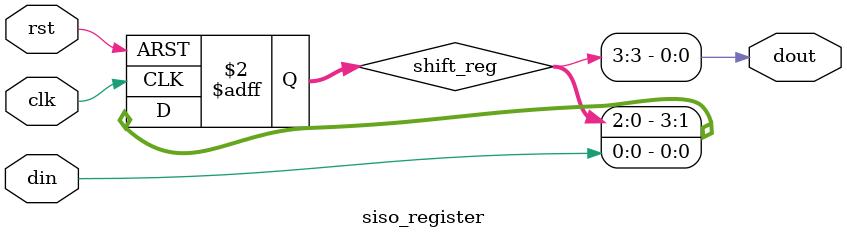
<source format=v>
module siso_register (
    input wire clk,
    input wire rst,
    input wire din,
    output wire dout
);
    // 4-bit shift register
    reg [3:0] shift_reg;

    // Shift logic
    always @(posedge clk or posedge rst) begin
        if (rst) begin
            shift_reg <= 4'b0000; // Reset the register
        end else begin
            shift_reg <= {shift_reg[2:0], din}; // Shift left and insert din
        end
    end

    // Output the last bit
    assign dout = shift_reg[3];

endmodule
</source>
